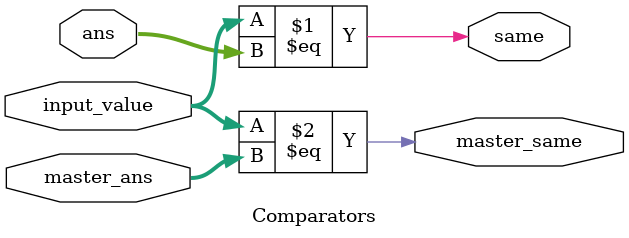
<source format=v>

/* module master_comparator(
    // Outputs
    master_same,
    // Inputs
    A, B, confirm
    );
    
    input [127:0] A;
    input [127:0] B;
    input confirm;
    output reg master_same;

    always @ (*) begin
        if (confirm) begin
            master_same = (A == B) ? 1'b1 : 1'b0;
        end
        else begin
            master_same = 0;
        end
    end
endmodule */

module Comparators(
    // Outputs
    master_same, same,
    // Inputs
    input_value, ans, master_ans
    );

    input [127:0] input_value;
    input [127:0] ans;
    input [127:0] master_ans;

    output master_same;
    output same;

    assign same = input_value == ans;
    assign master_same = input_value == master_ans;

endmodule
</source>
